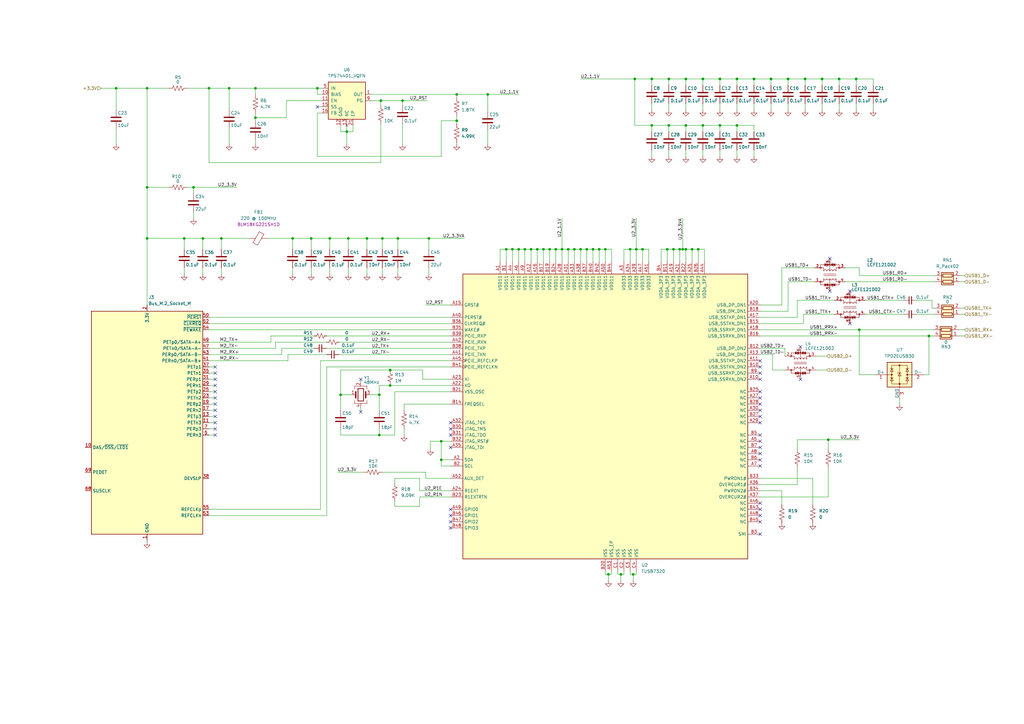
<source format=kicad_sch>
(kicad_sch (version 20211123) (generator eeschema)
  (paper "A3")
  (title_block (title "M.2 SSD With Display (M.2 and Bridge)") (date "2023-08-05") (rev "1.0") (company "Will Schoenfeld"))
  (junction (at 142.875 97.79))
  (junction (at 330.2 32.385))
  (junction (at 240.665 102.235))
  (junction (at 263.525 102.235))
  (junction (at 260.35 32.385))
  (junction (at 260.985 102.235))
  (junction (at 337.185 32.385))
  (junction (at 200.025 38.735))
  (junction (at 104.775 36.195))
  (junction (at 273.685 102.235))
  (junction (at 274.32 51.435))
  (junction (at 160.02 158.115))
  (junction (at 248.285 102.235))
  (junction (at 280.035 102.235))
  (junction (at 215.265 102.235))
  (junction (at 60.325 97.79))
  (junction (at 210.185 102.235))
  (junction (at 276.225 102.235))
  (junction (at 225.425 102.235))
  (junction (at 249.555 235.585))
  (junction (at 235.585 102.235))
  (junction (at 155.575 161.925))
  (junction (at 258.445 102.235))
  (junction (at 302.26 51.435))
  (junction (at 259.715 235.585))
  (junction (at 245.745 102.235))
  (junction (at 212.725 102.235))
  (junction (at 47.625 36.195))
  (junction (at 288.29 32.385))
  (junction (at 104.775 48.26))
  (junction (at 230.505 102.235))
  (junction (at 217.805 102.235))
  (junction (at 155.575 178.435))
  (junction (at 120.015 97.79))
  (junction (at 267.335 32.385))
  (junction (at 222.885 102.235))
  (junction (at 233.045 102.235))
  (junction (at 220.345 102.235))
  (junction (at 135.255 97.79))
  (junction (at 187.325 38.735))
  (junction (at 150.495 97.79))
  (junction (at 180.975 188.595))
  (junction (at 286.385 102.235))
  (junction (at 90.805 97.79))
  (junction (at 274.32 32.385))
  (junction (at 295.275 32.385))
  (junction (at 316.23 32.385))
  (junction (at 281.305 102.235))
  (junction (at 207.645 102.235))
  (junction (at 156.21 41.275))
  (junction (at 281.305 51.435))
  (junction (at 127.635 97.79))
  (junction (at 295.275 51.435))
  (junction (at 344.17 32.385))
  (junction (at 352.425 135.255))
  (junction (at 139.7 161.925))
  (junction (at 180.975 180.975))
  (junction (at 93.98 36.195))
  (junction (at 60.325 36.195))
  (junction (at 288.29 51.435))
  (junction (at 267.335 51.435))
  (junction (at 227.965 102.235))
  (junction (at 79.375 76.835))
  (junction (at 243.205 102.235))
  (junction (at 278.765 102.235))
  (junction (at 165.1 41.275))
  (junction (at 130.175 36.195))
  (junction (at 75.565 97.79))
  (junction (at 283.845 102.235))
  (junction (at 156.845 97.79))
  (junction (at 381 137.795))
  (junction (at 142.24 53.975))
  (junction (at 60.325 76.835))
  (junction (at 238.125 102.235))
  (junction (at 175.895 97.79))
  (junction (at 323.215 32.385))
  (junction (at 309.245 32.385))
  (junction (at 160.02 151.765))
  (junction (at 302.26 32.385))
  (junction (at 351.155 32.385))
  (junction (at 254.635 235.585))
  (junction (at 339.725 180.34))
  (junction (at 187.325 49.53))
  (junction (at 85.725 36.195))
  (junction (at 163.195 97.79))
  (junction (at 83.185 97.79))
  (junction (at 281.305 32.385))
  (no_connect (at 348.615 132.715))
  (no_connect (at 130.175 43.815))
  (no_connect (at 184.785 183.515))
  (no_connect (at 184.785 178.435))
  (no_connect (at 184.785 175.895))
  (no_connect (at 184.785 173.355))
  (no_connect (at 184.785 208.915))
  (no_connect (at 184.785 211.455))
  (no_connect (at 184.785 213.995))
  (no_connect (at 184.785 216.535))
  (no_connect (at 311.785 168.275))
  (no_connect (at 311.785 165.735))
  (no_connect (at 311.785 163.195))
  (no_connect (at 311.785 160.655))
  (no_connect (at 311.785 178.435))
  (no_connect (at 311.785 180.975))
  (no_connect (at 311.785 183.515))
  (no_connect (at 311.785 173.355))
  (no_connect (at 311.785 170.815))
  (no_connect (at 311.785 213.995))
  (no_connect (at 311.785 211.455))
  (no_connect (at 311.785 208.915))
  (no_connect (at 311.785 206.375))
  (no_connect (at 311.785 191.135))
  (no_connect (at 311.785 186.055))
  (no_connect (at 311.785 188.595))
  (no_connect (at 147.955 168.91))
  (no_connect (at 147.955 155.575))
  (no_connect (at 340.36 106.045))
  (no_connect (at 340.36 119.38))
  (no_connect (at 311.785 219.075))
  (no_connect (at 328.295 142.24))
  (no_connect (at 348.615 119.38))
  (no_connect (at 328.295 155.575))
  (no_connect (at 88.265 160.655))
  (no_connect (at 88.265 165.735))
  (no_connect (at 88.265 163.195))
  (no_connect (at 88.265 173.355))
  (no_connect (at 88.265 168.275))
  (no_connect (at 88.265 170.815))
  (no_connect (at 88.265 175.895))
  (no_connect (at 88.265 155.575))
  (no_connect (at 88.265 158.115))
  (no_connect (at 88.265 178.435))
  (no_connect (at 88.265 150.495))
  (no_connect (at 88.265 153.035))
  (no_connect (at 311.785 147.955))
  (no_connect (at 311.785 150.495))
  (no_connect (at 311.785 153.035))
  (no_connect (at 311.785 155.575))
  (wire (pts (xy 161.925 205.74) (xy 161.925 207.645)))
  (wire (pts (xy 60.325 76.835) (xy 60.325 97.79)))
  (wire (pts (xy 316.23 32.385) (xy 316.23 34.925)))
  (wire (pts (xy 254.635 235.585) (xy 254.635 238.125)))
  (wire (pts (xy 316.865 145.415) (xy 316.865 151.765)))
  (wire (pts (xy 255.905 107.315) (xy 255.905 102.235)))
  (wire (pts (xy 375.92 123.19) (xy 382.27 123.19)))
  (wire (pts (xy 337.185 34.925) (xy 337.185 32.385)))
  (wire (pts (xy 133.985 137.795) (xy 184.785 137.795)))
  (wire (pts (xy 102.235 97.79) (xy 90.805 97.79)))
  (wire (pts (xy 210.185 102.235) (xy 210.185 107.315)))
  (wire (pts (xy 309.245 42.545) (xy 309.245 45.085)))
  (wire (pts (xy 381 137.795) (xy 382.905 137.795)))
  (wire (pts (xy 358.14 34.925) (xy 358.14 32.385)))
  (wire (pts (xy 337.185 32.385) (xy 344.17 32.385)))
  (wire (pts (xy 117.475 48.26) (xy 104.775 48.26)))
  (wire (pts (xy 375.92 128.905) (xy 383.54 128.905)))
  (wire (pts (xy 274.32 32.385) (xy 274.32 34.925)))
  (wire (pts (xy 113.03 142.875) (xy 85.725 142.875)))
  (wire (pts (xy 142.875 97.79) (xy 142.875 102.235)))
  (wire (pts (xy 147.955 167.005) (xy 147.955 168.91)))
  (wire (pts (xy 238.125 102.235) (xy 240.665 102.235)))
  (wire (pts (xy 79.375 76.835) (xy 76.835 76.835)))
  (wire (pts (xy 127.635 109.855) (xy 127.635 112.395)))
  (wire (pts (xy 267.335 32.385) (xy 274.32 32.385)))
  (wire (pts (xy 172.085 196.215) (xy 161.925 196.215)))
  (wire (pts (xy 327.025 198.755) (xy 327.025 191.77)))
  (wire (pts (xy 227.965 102.235) (xy 230.505 102.235)))
  (wire (pts (xy 113.03 140.335) (xy 113.03 142.875)))
  (wire (pts (xy 316.23 32.385) (xy 323.215 32.385)))
  (wire (pts (xy 156.21 66.675) (xy 85.725 66.675)))
  (wire (pts (xy 309.245 51.435) (xy 309.245 53.975)))
  (wire (pts (xy 93.98 36.195) (xy 93.98 45.085)))
  (wire (pts (xy 85.725 132.715) (xy 184.785 132.715)))
  (wire (pts (xy 133.985 140.335) (xy 113.03 140.335)))
  (wire (pts (xy 156.21 41.275) (xy 165.1 41.275)))
  (wire (pts (xy 382.27 123.19) (xy 382.27 126.365)))
  (wire (pts (xy 184.785 150.495) (xy 133.985 150.495)))
  (wire (pts (xy 281.305 61.595) (xy 281.305 64.135)))
  (wire (pts (xy 200.025 53.34) (xy 200.025 59.055)))
  (wire (pts (xy 344.17 32.385) (xy 344.17 34.925)))
  (wire (pts (xy 88.265 170.815) (xy 85.725 170.815)))
  (wire (pts (xy 187.325 40.005) (xy 187.325 38.735)))
  (wire (pts (xy 120.015 97.79) (xy 127.635 97.79)))
  (wire (pts (xy 330.2 42.545) (xy 330.2 45.085)))
  (wire (pts (xy 288.29 42.545) (xy 288.29 45.085)))
  (wire (pts (xy 267.335 42.545) (xy 267.335 45.085)))
  (wire (pts (xy 288.925 102.235) (xy 288.925 107.315)))
  (wire (pts (xy 235.585 102.235) (xy 235.585 107.315)))
  (wire (pts (xy 351.155 32.385) (xy 351.155 34.925)))
  (wire (pts (xy 323.215 42.545) (xy 323.215 45.085)))
  (wire (pts (xy 253.365 234.315) (xy 253.365 235.585)))
  (wire (pts (xy 104.775 57.15) (xy 104.775 59.055)))
  (wire (pts (xy 118.11 147.955) (xy 85.725 147.955)))
  (wire (pts (xy 337.185 42.545) (xy 337.185 45.085)))
  (wire (pts (xy 346.71 115.57) (xy 383.54 115.57)))
  (wire (pts (xy 321.945 142.875) (xy 311.785 142.875)))
  (wire (pts (xy 215.265 102.235) (xy 217.805 102.235)))
  (wire (pts (xy 267.335 51.435) (xy 267.335 53.975)))
  (wire (pts (xy 260.35 51.435) (xy 260.35 32.385)))
  (wire (pts (xy 104.775 46.355) (xy 104.775 48.26)))
  (wire (pts (xy 88.265 178.435) (xy 85.725 178.435)))
  (wire (pts (xy 271.145 102.235) (xy 273.685 102.235)))
  (wire (pts (xy 309.245 32.385) (xy 316.23 32.385)))
  (wire (pts (xy 47.625 36.195) (xy 60.325 36.195)))
  (wire (pts (xy 138.43 193.675) (xy 149.225 193.675)))
  (wire (pts (xy 172.085 203.835) (xy 172.085 207.645)))
  (wire (pts (xy 323.215 127.635) (xy 311.785 127.635)))
  (wire (pts (xy 133.985 145.415) (xy 118.11 145.415)))
  (wire (pts (xy 212.725 102.235) (xy 215.265 102.235)))
  (wire (pts (xy 139.7 175.895) (xy 139.7 178.435)))
  (wire (pts (xy 161.925 160.655) (xy 161.925 178.435)))
  (wire (pts (xy 139.7 151.765) (xy 139.7 161.925)))
  (wire (pts (xy 180.975 191.135) (xy 180.975 188.595)))
  (wire (pts (xy 258.445 102.235) (xy 258.445 107.315)))
  (wire (pts (xy 260.985 102.235) (xy 263.525 102.235)))
  (wire (pts (xy 200.025 38.735) (xy 212.725 38.735)))
  (wire (pts (xy 184.785 191.135) (xy 180.975 191.135)))
  (wire (pts (xy 316.23 42.545) (xy 316.23 45.085)))
  (wire (pts (xy 180.975 64.135) (xy 180.975 49.53)))
  (wire (pts (xy 267.335 61.595) (xy 267.335 64.135)))
  (wire (pts (xy 139.065 145.415) (xy 184.785 145.415)))
  (wire (pts (xy 273.685 102.235) (xy 276.225 102.235)))
  (wire (pts (xy 222.885 102.235) (xy 222.885 107.315)))
  (wire (pts (xy 230.505 89.535) (xy 230.505 102.235)))
  (wire (pts (xy 115.57 145.415) (xy 115.57 142.875)))
  (wire (pts (xy 283.845 102.235) (xy 283.845 107.315)))
  (wire (pts (xy 135.255 97.79) (xy 142.875 97.79)))
  (wire (pts (xy 210.185 102.235) (xy 212.725 102.235)))
  (wire (pts (xy 156.845 97.79) (xy 156.845 102.235)))
  (wire (pts (xy 295.275 42.545) (xy 295.275 45.085)))
  (wire (pts (xy 354.965 128.905) (xy 370.84 128.905)))
  (wire (pts (xy 135.255 109.855) (xy 135.255 112.395)))
  (wire (pts (xy 174.625 193.675) (xy 156.845 193.675)))
  (wire (pts (xy 233.045 102.235) (xy 235.585 102.235)))
  (wire (pts (xy 60.325 36.195) (xy 60.325 76.835)))
  (wire (pts (xy 278.765 102.235) (xy 278.765 107.315)))
  (wire (pts (xy 320.675 125.095) (xy 320.675 109.855)))
  (wire (pts (xy 288.29 32.385) (xy 295.275 32.385)))
  (wire (pts (xy 311.785 203.835) (xy 339.725 203.835)))
  (wire (pts (xy 235.585 102.235) (xy 238.125 102.235)))
  (wire (pts (xy 327.025 123.19) (xy 327.025 130.175)))
  (wire (pts (xy 267.335 51.435) (xy 260.35 51.435)))
  (wire (pts (xy 381 153.67) (xy 379.095 153.67)))
  (wire (pts (xy 286.385 102.235) (xy 286.385 107.315)))
  (wire (pts (xy 160.02 158.115) (xy 155.575 158.115)))
  (wire (pts (xy 147.955 155.575) (xy 147.955 156.845)))
  (wire (pts (xy 131.445 147.955) (xy 131.445 208.915)))
  (wire (pts (xy 255.905 235.585) (xy 254.635 235.585)))
  (wire (pts (xy 334.01 115.57) (xy 323.215 115.57)))
  (wire (pts (xy 75.565 109.855) (xy 75.565 112.395)))
  (wire (pts (xy 281.305 32.385) (xy 281.305 34.925)))
  (wire (pts (xy 88.265 163.195) (xy 85.725 163.195)))
  (wire (pts (xy 351.155 32.385) (xy 358.14 32.385)))
  (wire (pts (xy 83.185 109.855) (xy 83.185 112.395)))
  (wire (pts (xy 238.125 32.385) (xy 260.35 32.385)))
  (wire (pts (xy 60.325 36.195) (xy 69.215 36.195)))
  (wire (pts (xy 222.885 102.235) (xy 225.425 102.235)))
  (wire (pts (xy 176.53 180.975) (xy 180.975 180.975)))
  (wire (pts (xy 245.745 102.235) (xy 248.285 102.235)))
  (wire (pts (xy 173.355 155.575) (xy 173.355 151.765)))
  (wire (pts (xy 352.425 109.855) (xy 346.71 109.855)))
  (wire (pts (xy 79.375 79.375) (xy 79.375 76.835)))
  (wire (pts (xy 205.105 107.315) (xy 205.105 102.235)))
  (wire (pts (xy 352.425 135.255) (xy 382.905 135.255)))
  (wire (pts (xy 302.26 51.435) (xy 295.275 51.435)))
  (wire (pts (xy 60.325 76.835) (xy 69.215 76.835)))
  (wire (pts (xy 255.905 102.235) (xy 258.445 102.235)))
  (wire (pts (xy 240.665 102.235) (xy 243.205 102.235)))
  (wire (pts (xy 327.025 184.15) (xy 327.025 180.34)))
  (wire (pts (xy 132.08 41.275) (xy 117.475 41.275)))
  (wire (pts (xy 333.375 196.215) (xy 333.375 207.01)))
  (wire (pts (xy 139.065 140.335) (xy 184.785 140.335)))
  (wire (pts (xy 180.975 188.595) (xy 184.785 188.595)))
  (wire (pts (xy 309.245 34.925) (xy 309.245 32.385)))
  (wire (pts (xy 132.08 36.195) (xy 130.175 36.195)))
  (wire (pts (xy 85.725 211.455) (xy 133.985 211.455)))
  (wire (pts (xy 131.445 208.915) (xy 85.725 208.915)))
  (wire (pts (xy 118.11 145.415) (xy 118.11 147.955)))
  (wire (pts (xy 230.505 102.235) (xy 233.045 102.235)))
  (wire (pts (xy 88.265 168.275) (xy 85.725 168.275)))
  (wire (pts (xy 274.32 32.385) (xy 281.305 32.385)))
  (wire (pts (xy 255.905 234.315) (xy 255.905 235.585)))
  (wire (pts (xy 327.025 130.175) (xy 311.785 130.175)))
  (wire (pts (xy 127.635 97.79) (xy 135.255 97.79)))
  (wire (pts (xy 238.125 107.315) (xy 238.125 102.235)))
  (wire (pts (xy 174.625 125.095) (xy 184.785 125.095)))
  (wire (pts (xy 260.985 234.315) (xy 260.985 235.585)))
  (wire (pts (xy 311.785 137.795) (xy 381 137.795)))
  (wire (pts (xy 344.17 42.545) (xy 344.17 45.085)))
  (wire (pts (xy 295.275 51.435) (xy 288.29 51.435)))
  (wire (pts (xy 351.155 42.545) (xy 351.155 45.085)))
  (wire (pts (xy 288.29 51.435) (xy 281.305 51.435)))
  (wire (pts (xy 245.745 102.235) (xy 245.745 107.315)))
  (wire (pts (xy 88.265 155.575) (xy 85.725 155.575)))
  (wire (pts (xy 88.265 153.035) (xy 85.725 153.035)))
  (wire (pts (xy 233.045 102.235) (xy 233.045 107.315)))
  (wire (pts (xy 160.02 157.48) (xy 160.02 158.115)))
  (wire (pts (xy 115.57 142.875) (xy 128.905 142.875)))
  (wire (pts (xy 132.08 38.735) (xy 130.175 38.735)))
  (wire (pts (xy 187.325 38.735) (xy 200.025 38.735)))
  (wire (pts (xy 302.26 42.545) (xy 302.26 45.085)))
  (wire (pts (xy 184.785 160.655) (xy 161.925 160.655)))
  (wire (pts (xy 165.735 165.735) (xy 184.785 165.735)))
  (wire (pts (xy 139.7 178.435) (xy 155.575 178.435)))
  (wire (pts (xy 283.845 102.235) (xy 286.385 102.235)))
  (wire (pts (xy 288.29 34.925) (xy 288.29 32.385)))
  (wire (pts (xy 184.785 203.835) (xy 172.085 203.835)))
  (wire (pts (xy 320.675 201.295) (xy 311.785 201.295)))
  (wire (pts (xy 320.675 109.855) (xy 334.01 109.855)))
  (wire (pts (xy 274.32 51.435) (xy 267.335 51.435)))
  (wire (pts (xy 90.805 109.855) (xy 90.805 112.395)))
  (wire (pts (xy 109.855 97.79) (xy 120.015 97.79)))
  (wire (pts (xy 175.895 97.79) (xy 163.195 97.79)))
  (wire (pts (xy 323.215 32.385) (xy 330.2 32.385)))
  (wire (pts (xy 139.7 51.435) (xy 139.7 53.975)))
  (wire (pts (xy 200.025 38.735) (xy 200.025 45.72)))
  (wire (pts (xy 156.845 97.79) (xy 150.495 97.79)))
  (wire (pts (xy 184.785 147.955) (xy 131.445 147.955)))
  (wire (pts (xy 288.29 51.435) (xy 288.29 53.975)))
  (wire (pts (xy 120.015 109.855) (xy 120.015 112.395)))
  (wire (pts (xy 142.24 53.975) (xy 142.24 51.435)))
  (wire (pts (xy 263.525 102.235) (xy 263.525 107.315)))
  (wire (pts (xy 165.735 168.275) (xy 165.735 165.735)))
  (wire (pts (xy 111.125 137.795) (xy 111.125 140.335)))
  (wire (pts (xy 90.805 97.79) (xy 83.185 97.79)))
  (wire (pts (xy 327.025 180.34) (xy 339.725 180.34)))
  (wire (pts (xy 240.665 102.235) (xy 240.665 107.315)))
  (wire (pts (xy 175.895 109.855) (xy 175.895 112.395)))
  (wire (pts (xy 258.445 235.585) (xy 259.715 235.585)))
  (wire (pts (xy 187.325 47.625) (xy 187.325 49.53)))
  (wire (pts (xy 273.685 102.235) (xy 273.685 107.315)))
  (wire (pts (xy 180.975 180.975) (xy 184.785 180.975)))
  (wire (pts (xy 130.175 46.355) (xy 130.175 64.135)))
  (wire (pts (xy 127.635 97.79) (xy 127.635 102.235)))
  (wire (pts (xy 215.265 102.235) (xy 215.265 107.315)))
  (wire (pts (xy 135.255 97.79) (xy 135.255 102.235)))
  (wire (pts (xy 225.425 107.315) (xy 225.425 102.235)))
  (wire (pts (xy 165.1 50.8) (xy 165.1 59.055)))
  (wire (pts (xy 160.02 151.765) (xy 160.02 152.4)))
  (wire (pts (xy 160.02 151.765) (xy 139.7 151.765)))
  (wire (pts (xy 104.775 36.195) (xy 104.775 38.735)))
  (wire (pts (xy 248.285 102.235) (xy 250.825 102.235)))
  (wire (pts (xy 249.555 235.585) (xy 249.555 238.125)))
  (wire (pts (xy 85.725 130.175) (xy 184.785 130.175)))
  (wire (pts (xy 393.7 113.03) (xy 395.605 113.03)))
  (wire (pts (xy 288.29 61.595) (xy 288.29 64.135)))
  (wire (pts (xy 311.785 132.715) (xy 329.565 132.715)))
  (wire (pts (xy 111.125 140.335) (xy 85.725 140.335)))
  (wire (pts (xy 165.1 41.275) (xy 165.1 43.18)))
  (wire (pts (xy 311.785 135.255) (xy 352.425 135.255)))
  (wire (pts (xy 274.32 51.435) (xy 274.32 53.975)))
  (wire (pts (xy 205.105 102.235) (xy 207.645 102.235)))
  (wire (pts (xy 180.975 49.53) (xy 187.325 49.53)))
  (wire (pts (xy 142.875 97.79) (xy 150.495 97.79)))
  (wire (pts (xy 176.53 184.15) (xy 176.53 180.975)))
  (wire (pts (xy 281.305 102.235) (xy 283.845 102.235)))
  (wire (pts (xy 207.645 102.235) (xy 210.185 102.235)))
  (wire (pts (xy 248.285 235.585) (xy 249.555 235.585)))
  (wire (pts (xy 358.775 153.67) (xy 352.425 153.67)))
  (wire (pts (xy 133.985 142.875) (xy 184.785 142.875)))
  (wire (pts (xy 368.935 163.83) (xy 368.935 165.735)))
  (wire (pts (xy 295.275 51.435) (xy 295.275 53.975)))
  (wire (pts (xy 150.495 97.79) (xy 150.495 102.235)))
  (wire (pts (xy 88.265 175.895) (xy 85.725 175.895)))
  (wire (pts (xy 302.26 51.435) (xy 302.26 53.975)))
  (wire (pts (xy 323.215 32.385) (xy 323.215 34.925)))
  (wire (pts (xy 47.625 52.705) (xy 47.625 59.055)))
  (wire (pts (xy 329.565 128.905) (xy 342.265 128.905)))
  (wire (pts (xy 281.305 42.545) (xy 281.305 45.085)))
  (wire (pts (xy 278.765 102.235) (xy 280.035 102.235)))
  (wire (pts (xy 180.975 188.595) (xy 180.975 180.975)))
  (wire (pts (xy 144.78 53.975) (xy 142.24 53.975)))
  (wire (pts (xy 163.195 97.79) (xy 156.845 97.79)))
  (wire (pts (xy 260.985 102.235) (xy 260.985 107.315)))
  (wire (pts (xy 227.965 102.235) (xy 227.965 107.315)))
  (wire (pts (xy 139.7 161.925) (xy 139.7 168.275)))
  (wire (pts (xy 260.985 89.535) (xy 260.985 102.235)))
  (wire (pts (xy 144.78 51.435) (xy 144.78 53.975)))
  (wire (pts (xy 79.375 86.995) (xy 79.375 89.535)))
  (wire (pts (xy 342.265 123.19) (xy 327.025 123.19)))
  (wire (pts (xy 88.265 158.115) (xy 85.725 158.115)))
  (wire (pts (xy 274.32 61.595) (xy 274.32 64.135)))
  (wire (pts (xy 260.35 32.385) (xy 267.335 32.385)))
  (wire (pts (xy 320.675 207.01) (xy 320.675 201.295)))
  (wire (pts (xy 281.305 51.435) (xy 274.32 51.435)))
  (wire (pts (xy 156.21 50.8) (xy 156.21 66.675)))
  (wire (pts (xy 172.085 201.295) (xy 172.085 196.215)))
  (wire (pts (xy 187.325 49.53) (xy 187.325 50.8)))
  (wire (pts (xy 156.21 41.275) (xy 156.21 43.18)))
  (wire (pts (xy 104.775 48.26) (xy 104.775 49.53)))
  (wire (pts (xy 79.375 76.835) (xy 97.155 76.835)))
  (wire (pts (xy 323.215 115.57) (xy 323.215 127.635)))
  (wire (pts (xy 88.265 165.735) (xy 85.725 165.735)))
  (wire (pts (xy 142.24 53.975) (xy 142.24 59.055)))
  (wire (pts (xy 321.945 146.05) (xy 321.945 142.875)))
  (wire (pts (xy 76.835 36.195) (xy 85.725 36.195)))
  (wire (pts (xy 339.725 180.34) (xy 352.425 180.34)))
  (wire (pts (xy 352.425 153.67) (xy 352.425 135.255)))
  (wire (pts (xy 88.265 150.495) (xy 85.725 150.495)))
  (wire (pts (xy 161.925 178.435) (xy 155.575 178.435)))
  (wire (pts (xy 88.265 173.355) (xy 85.725 173.355)))
  (wire (pts (xy 165.735 175.895) (xy 165.735 178.435)))
  (wire (pts (xy 60.325 125.095) (xy 60.325 97.79)))
  (wire (pts (xy 334.645 146.05) (xy 339.09 146.05)))
  (wire (pts (xy 130.175 36.195) (xy 104.775 36.195)))
  (wire (pts (xy 344.17 32.385) (xy 351.155 32.385)))
  (wire (pts (xy 334.645 151.765) (xy 339.09 151.765)))
  (wire (pts (xy 352.425 113.03) (xy 352.425 109.855)))
  (wire (pts (xy 248.285 102.235) (xy 248.285 107.315)))
  (wire (pts (xy 393.7 126.365) (xy 395.605 126.365)))
  (wire (pts (xy 93.98 52.705) (xy 93.98 59.055)))
  (wire (pts (xy 155.575 161.925) (xy 155.575 168.275)))
  (wire (pts (xy 330.2 34.925) (xy 330.2 32.385)))
  (wire (pts (xy 161.925 196.215) (xy 161.925 198.12)))
  (wire (pts (xy 311.785 125.095) (xy 320.675 125.095)))
  (wire (pts (xy 243.205 102.235) (xy 245.745 102.235)))
  (wire (pts (xy 165.1 41.275) (xy 175.26 41.275)))
  (wire (pts (xy 393.065 135.255) (xy 395.605 135.255)))
  (wire (pts (xy 130.175 43.815) (xy 132.08 43.815)))
  (wire (pts (xy 156.845 109.855) (xy 156.845 112.395)))
  (wire (pts (xy 173.355 151.765) (xy 160.02 151.765)))
  (wire (pts (xy 184.785 158.115) (xy 160.02 158.115)))
  (wire (pts (xy 175.895 97.79) (xy 175.895 102.235)))
  (wire (pts (xy 151.765 161.925) (xy 155.575 161.925)))
  (wire (pts (xy 217.805 102.235) (xy 220.345 102.235)))
  (wire (pts (xy 212.725 107.315) (xy 212.725 102.235)))
  (wire (pts (xy 280.035 89.535) (xy 280.035 102.235)))
  (wire (pts (xy 187.325 58.42) (xy 187.325 59.055)))
  (wire (pts (xy 75.565 97.79) (xy 83.185 97.79)))
  (wire (pts (xy 139.7 53.975) (xy 142.24 53.975)))
  (wire (pts (xy 311.785 145.415) (xy 316.865 145.415)))
  (wire (pts (xy 250.825 102.235) (xy 250.825 107.315)))
  (wire (pts (xy 276.225 102.235) (xy 278.765 102.235)))
  (wire (pts (xy 130.175 38.735) (xy 130.175 36.195)))
  (wire (pts (xy 330.2 32.385) (xy 337.185 32.385)))
  (wire (pts (xy 302.26 61.595) (xy 302.26 64.135)))
  (wire (pts (xy 276.225 102.235) (xy 276.225 107.315)))
  (wire (pts (xy 230.505 102.235) (xy 230.505 107.315)))
  (wire (pts (xy 155.575 178.435) (xy 155.575 175.895)))
  (wire (pts (xy 258.445 102.235) (xy 260.985 102.235)))
  (wire (pts (xy 280.035 102.235) (xy 281.305 102.235)))
  (wire (pts (xy 88.265 160.655) (xy 85.725 160.655)))
  (wire (pts (xy 263.525 102.235) (xy 266.065 102.235)))
  (wire (pts (xy 85.725 145.415) (xy 115.57 145.415)))
  (wire (pts (xy 60.325 97.79) (xy 75.565 97.79)))
  (wire (pts (xy 85.725 36.195) (xy 93.98 36.195)))
  (wire (pts (xy 267.335 34.925) (xy 267.335 32.385)))
  (wire (pts (xy 132.08 46.355) (xy 130.175 46.355)))
  (wire (pts (xy 243.205 102.235) (xy 243.205 107.315)))
  (wire (pts (xy 381 137.795) (xy 381 153.67)))
  (wire (pts (xy 152.4 41.275) (xy 156.21 41.275)))
  (wire (pts (xy 393.7 128.905) (xy 395.605 128.905)))
  (wire (pts (xy 184.785 196.215) (xy 174.625 196.215)))
  (wire (pts (xy 75.565 97.79) (xy 75.565 102.235)))
  (wire (pts (xy 130.175 64.135) (xy 180.975 64.135)))
  (wire (pts (xy 172.085 207.645) (xy 161.925 207.645)))
  (wire (pts (xy 250.825 234.315) (xy 250.825 235.585)))
  (wire (pts (xy 220.345 102.235) (xy 222.885 102.235)))
  (wire (pts (xy 220.345 102.235) (xy 220.345 107.315)))
  (wire (pts (xy 85.725 66.675) (xy 85.725 36.195)))
  (wire (pts (xy 259.715 235.585) (xy 259.715 238.125)))
  (wire (pts (xy 90.805 97.79) (xy 90.805 102.235)))
  (wire (pts (xy 339.725 203.835) (xy 339.725 191.77)))
  (wire (pts (xy 329.565 132.715) (xy 329.565 128.905)))
  (wire (pts (xy 281.305 51.435) (xy 281.305 53.975)))
  (wire (pts (xy 295.275 61.595) (xy 295.275 64.135)))
  (wire (pts (xy 85.725 135.255) (xy 184.785 135.255)))
  (wire (pts (xy 358.14 42.545) (xy 358.14 45.085)))
  (wire (pts (xy 41.275 36.195) (xy 47.625 36.195)))
  (wire (pts (xy 295.275 32.385) (xy 302.26 32.385)))
  (wire (pts (xy 260.985 235.585) (xy 259.715 235.585)))
  (wire (pts (xy 60.325 221.615) (xy 60.325 222.25)))
  (wire (pts (xy 207.645 107.315) (xy 207.645 102.235)))
  (wire (pts (xy 144.145 161.925) (xy 139.7 161.925)))
  (wire (pts (xy 152.4 38.735) (xy 187.325 38.735)))
  (wire (pts (xy 393.7 115.57) (xy 395.605 115.57)))
  (wire (pts (xy 117.475 41.275) (xy 117.475 48.26)))
  (wire (pts (xy 393.065 137.795) (xy 395.605 137.795)))
  (wire (pts (xy 311.785 196.215) (xy 333.375 196.215)))
  (wire (pts (xy 128.905 137.795) (xy 111.125 137.795)))
  (wire (pts (xy 383.54 113.03) (xy 352.425 113.03)))
  (wire (pts (xy 286.385 102.235) (xy 288.925 102.235)))
  (wire (pts (xy 295.275 32.385) (xy 295.275 34.925)))
  (wire (pts (xy 163.195 109.855) (xy 163.195 112.395)))
  (wire (pts (xy 150.495 109.855) (xy 150.495 112.395)))
  (wire (pts (xy 250.825 235.585) (xy 249.555 235.585)))
  (wire (pts (xy 104.775 36.195) (xy 93.98 36.195)))
  (wire (pts (xy 163.195 97.79) (xy 163.195 102.235)))
  (wire (pts (xy 258.445 234.315) (xy 258.445 235.585)))
  (wire (pts (xy 281.305 32.385) (xy 288.29 32.385)))
  (wire (pts (xy 174.625 196.215) (xy 174.625 193.675)))
  (wire (pts (xy 225.425 102.235) (xy 227.965 102.235)))
  (wire (pts (xy 47.625 36.195) (xy 47.625 45.085)))
  (wire (pts (xy 253.365 235.585) (xy 254.635 235.585)))
  (wire (pts (xy 382.27 126.365) (xy 383.54 126.365)))
  (wire (pts (xy 339.725 180.34) (xy 339.725 184.15)))
  (wire (pts (xy 184.785 201.295) (xy 172.085 201.295)))
  (wire (pts (xy 120.015 97.79) (xy 120.015 102.235)))
  (wire (pts (xy 155.575 158.115) (xy 155.575 161.925)))
  (wire (pts (xy 190.5 97.79) (xy 175.895 97.79)))
  (wire (pts (xy 311.785 198.755) (xy 327.025 198.755)))
  (wire (pts (xy 281.305 102.235) (xy 281.305 107.315)))
  (wire (pts (xy 266.065 102.235) (xy 266.065 107.315)))
  (wire (pts (xy 309.245 51.435) (xy 302.26 51.435)))
  (wire (pts (xy 83.185 97.79) (xy 83.185 102.235)))
  (wire (pts (xy 316.865 151.765) (xy 321.945 151.765)))
  (wire (pts (xy 302.26 32.385) (xy 309.245 32.385)))
  (wire (pts (xy 354.965 123.19) (xy 370.84 123.19)))
  (wire (pts (xy 274.32 42.545) (xy 274.32 45.085)))
  (wire (pts (xy 184.785 155.575) (xy 173.355 155.575)))
  (wire (pts (xy 302.26 32.385) (xy 302.26 34.925)))
  (wire (pts (xy 309.245 61.595) (xy 309.245 64.135)))
  (wire (pts (xy 217.805 102.235) (xy 217.805 107.315)))
  (wire (pts (xy 133.985 150.495) (xy 133.985 211.455)))
  (wire (pts (xy 142.875 109.855) (xy 142.875 112.395)))
  (wire (pts (xy 248.285 234.315) (xy 248.285 235.585)))
  (wire (pts (xy 271.145 107.315) (xy 271.145 102.235)))
  (label "U2_RX-" (at 152.4 140.335 0))
  (label "U2_3.3V" (at 97.155 76.835 180))
  (label "U2_3.3V" (at 352.425 180.34 180))
  (label "USB2_TD+" (at 311.785 142.875 0))
  (label "U2_3.3VA" (at 280.035 89.535 270))
  (label "U2_RX+" (at 152.4 137.795 0))
  (label "USB1_TD-" (at 323.215 115.57 0))
  (label "U2_1.1V" (at 212.725 38.735 180))
  (label "U2_3.3V" (at 138.43 193.675 0))
  (label "U2_1.1V" (at 238.125 32.385 0))
  (label "USB1_CTX-" (at 356.235 128.905 0))
  (label "U2_1.1V" (at 230.505 89.535 270))
  (label "M2_RX-" (at 90.17 147.955 0))
  (label "U2_TX-" (at 152.4 145.415 0))
  (label "USB1_TD+" (at 321.945 109.855 0))
  (label "USB1_RD+" (at 361.95 113.03 0))
  (label "U2_R1E" (at 173.99 201.295 0))
  (label "USB2_TD-" (at 311.785 145.415 0))
  (label "U2_3.3VA" (at 190.5 97.79 180))
  (label "U2_R1N" (at 173.99 203.835 0))
  (label "M2_TX+" (at 90.17 140.335 0))
  (label "U2_RST" (at 175.26 41.275 180))
  (label "USB1_RD-" (at 361.95 115.57 0))
  (label "USB1_TTX+" (at 330.2 123.19 0))
  (label "USB1_CTX+" (at 355.6 123.19 0))
  (label "M2_RX+" (at 90.17 145.415 0))
  (label "USB1_RRX-" (at 332.105 137.795 0))
  (label "U2_TX+" (at 152.4 142.875 0))
  (label "U2_3.3V" (at 260.985 89.535 270))
  (label "U2_RST" (at 174.625 125.095 0))
  (label "USB1_TTX+" (at 330.2 128.905 0))
  (label "M2_TX-" (at 90.17 142.875 0))
  (label "USB1_RRX+" (at 332.105 135.255 0))
  (hierarchical_label "USB1_D-" (shape input) (at 395.605 115.57 0))
  (hierarchical_label "USB1_D+" (shape input) (at 395.605 113.03 0))
  (hierarchical_label "USB1_RX+" (shape input) (at 395.605 135.255 0))
  (hierarchical_label "+3.3V" (shape input) (at 41.275 36.195 180))
  (hierarchical_label "USB2_D+" (shape input) (at 339.09 146.05 0))
  (hierarchical_label "USB1_TX-" (shape input) (at 395.605 128.905 0))
  (hierarchical_label "USB1_RX-" (shape input) (at 395.605 137.795 0))
  (hierarchical_label "USB2_D-" (shape input) (at 339.09 151.765 0))
  (hierarchical_label "USB1_TX+" (shape input) (at 395.605 126.365 0))
  (symbol (lib_id "Device:R_Pack02") (at 387.985 135.255 90) (unit 1)
    (property "Reference" "RN3" (at 387.985 142.24 90))
    (property "Value" "0" (at 387.985 140.335 90))
    (property "Footprint" "Resistor_SMD:R_Array_Convex_2x0603" (effects hide))
  )
  (symbol (lib_id "power:GND") (at 267.335 64.135 0) (unit 1)
    (property "Reference" "#PWR035" (effects hide))
    (property "Value" "GND" (effects hide))
  )
  (symbol (lib_id "Device:R_US") (at 156.21 46.99 0) (unit 1)
    (property "Reference" "R8" (at 157.48 44.45 0) (effects (justify left)))
    (property "Value" "10K" (at 157.48 49.53 0) (effects (justify left)))
    (property "Footprint" "Resistor_SMD:R_0603_1608Metric" (effects hide))
  )
  (symbol (lib_id "Device:R_US") (at 73.025 76.835 90) (unit 1)
    (property "Reference" "R10" (at 74.295 72.39 90) (effects (justify left)))
    (property "Value" "0" (at 73.66 74.295 90) (effects (justify left)))
    (property "Footprint" "Resistor_SMD:R_0603_1608Metric" (effects hide))
  )
  (symbol (lib_id "power:GND") (at 309.245 64.135 0) (unit 1)
    (property "Reference" "#PWR041" (effects hide))
    (property "Value" "GND" (effects hide))
  )
  (symbol (lib_id "power:GND") (at 281.305 45.085 0) (unit 1)
    (property "Reference" "#PWR016" (effects hide))
    (property "Value" "GND" (effects hide))
  )
  (symbol (lib_id "power:GND") (at 175.895 112.395 0) (unit 1)
    (property "Reference" "#PWR053" (effects hide))
    (property "Value" "GND" (effects hide))
  )
  (symbol (lib_id "Device:R_Pack02") (at 388.62 113.03 90) (unit 1)
    (property "Reference" "RN1" (at 388.62 106.68 90))
    (property "Value" "R_Pack02" (at 388.62 109.22 90))
    (property "Footprint" "Resistor_SMD:R_Array_Convex_2x0603" (effects hide))
  )
  (symbol (lib_id "Device:C_Small") (at 373.38 128.905 90) (unit 1)
    (property "Reference" "C47" (at 369.57 127.635 90))
    (property "Value" "0.1uF" (at 378.46 127.635 90))
    (property "Footprint" "Capacitor_SMD:C_0603_1608Metric" (effects hide))
  )
  (symbol (lib_id "Device:C") (at 135.255 106.045 0) (unit 1)
    (property "Reference" "C40" (at 135.89 103.505 0) (effects (justify left)))
    (property "Value" "0.1uF" (at 135.89 108.585 0) (effects (justify left)))
    (property "Footprint" "Capacitor_SMD:C_0603_1608Metric" (effects hide))
  )
  (symbol (lib_id "power:GND") (at 75.565 112.395 0) (unit 1)
    (property "Reference" "#PWR043" (effects hide))
    (property "Value" "GND" (effects hide))
  )
  (symbol (lib_id "Device:R_Small_US") (at 136.525 140.335 90) (unit 1)
    (property "Reference" "R12" (at 126.365 139.065 90))
    (property "Value" "0" (at 142.24 139.065 90))
    (property "Footprint" "Resistor_SMD:R_0603_1608Metric" (effects hide))
  )
  (symbol (lib_id "Device:C") (at 127.635 106.045 0) (unit 1)
    (property "Reference" "C39" (at 128.27 103.505 0) (effects (justify left)))
    (property "Value" "0.1uF" (at 128.27 108.585 0) (effects (justify left)))
    (property "Footprint" "Capacitor_SMD:C_0603_1608Metric" (effects hide))
  )
  (symbol (lib_id "power:GND") (at 330.2 45.085 0) (unit 1)
    (property "Reference" "#PWR023" (effects hide))
    (property "Value" "GND" (effects hide))
  )
  (symbol (lib_id "power:GND") (at 142.875 112.395 0) (unit 1)
    (property "Reference" "#PWR049" (effects hide))
    (property "Value" "GND" (effects hide))
  )
  (symbol (lib_id "Device:C") (at 351.155 38.735 0) (unit 1)
    (property "Reference" "C20" (at 351.79 36.195 0) (effects (justify left)))
    (property "Value" "0.1uF" (at 351.79 41.275 0) (effects (justify left)))
    (property "Footprint" "Capacitor_SMD:C_0603_1608Metric" (effects hide))
  )
  (symbol (lib_id "power:GND") (at 333.375 214.63 0) (unit 1)
    (property "Reference" "#PWR058" (effects hide))
    (property "Value" "GND" (effects hide))
  )
  (symbol (lib_id "Device:C_Small") (at 131.445 142.875 90) (unit 1)
    (property "Reference" "C48" (at 126.365 141.605 90))
    (property "Value" "0.1uF" (at 142.875 141.605 90))
    (property "Footprint" "Capacitor_SMD:C_0603_1608Metric" (effects hide))
  )
  (symbol (lib_id "Device:R_US") (at 339.725 187.96 0) (unit 1)
    (property "Reference" "R16" (at 341.63 186.6899 0) (effects (justify left)))
    (property "Value" "10K" (at 341.63 189.2299 0) (effects (justify left)))
    (property "Footprint" "Resistor_SMD:R_0603_1608Metric" (effects hide))
  )
  (symbol (lib_id "power:GND") (at 156.845 112.395 0) (unit 1)
    (property "Reference" "#PWR051" (effects hide))
    (property "Value" "GND" (effects hide))
  )
  (symbol (lib_id "power:GND") (at 142.24 59.055 0) (unit 1)
    (property "Reference" "#PWR031" (effects hide))
    (property "Value" "GND" (effects hide))
  )
  (symbol (lib_id "Device:C") (at 309.245 57.785 0) (unit 1)
    (property "Reference" "C33" (at 309.88 55.245 0) (effects (justify left)))
    (property "Value" "10nF" (at 309.88 60.325 0) (effects (justify left)))
    (property "Footprint" "Capacitor_SMD:C_0603_1608Metric" (effects hide))
  )
  (symbol (lib_id "power:GND") (at 120.015 112.395 0) (unit 1)
    (property "Reference" "#PWR046" (effects hide))
    (property "Value" "GND" (effects hide))
  )
  (symbol (lib_id "Power_Protection:TPD2EUSB30") (at 368.935 153.67 0) (unit 1)
    (property "Reference" "U7" (at 368.935 143.51 0))
    (property "Value" "TPD2EUSB30" (at 368.935 146.05 0))
    (property "Footprint" "Package_TO_SOT_SMD:Texas_DRT-3" (effects hide))
    (property "Datasheet" "http://www.ti.com/lit/ds/symlink/tpd2eusb30a.pdf" (effects hide))
  )
  (symbol (lib_id "power:GND") (at 60.325 222.25 0) (unit 1)
    (property "Reference" "#PWR059" (effects hide))
    (property "Value" "GND" (effects hide))
  )
  (symbol (lib_id "Device:C") (at 295.275 38.735 0) (unit 1)
    (property "Reference" "C12" (at 295.91 36.195 0) (effects (justify left)))
    (property "Value" "0.1uF" (at 295.91 41.275 0) (effects (justify left)))
    (property "Footprint" "Capacitor_SMD:C_0603_1608Metric" (effects hide))
  )
  (symbol (lib_id "power:GND") (at 104.775 59.055 0) (unit 1)
    (property "Reference" "#PWR030" (effects hide))
    (property "Value" "GND" (effects hide))
  )
  (symbol (lib_id "Device:C") (at 120.015 106.045 0) (unit 1)
    (property "Reference" "C38" (at 120.65 103.505 0) (effects (justify left)))
    (property "Value" "0.1uF" (at 120.65 108.585 0) (effects (justify left)))
    (property "Footprint" "Capacitor_SMD:C_0603_1608Metric" (effects hide))
  )
  (symbol (lib_id "Device:C") (at 267.335 38.735 0) (unit 1)
    (property "Reference" "C8" (at 267.97 36.195 0) (effects (justify left)))
    (property "Value" "22uF" (at 267.97 41.275 0) (effects (justify left)))
    (property "Footprint" "Capacitor_SMD:C_0603_1608Metric" (effects hide))
  )
  (symbol (lib_id "Device:C") (at 337.185 38.735 0) (unit 1)
    (property "Reference" "C18" (at 337.82 36.195 0) (effects (justify left)))
    (property "Value" "0.1uF" (at 337.82 41.275 0) (effects (justify left)))
    (property "Footprint" "Capacitor_SMD:C_0603_1608Metric" (effects hide))
  )
  (symbol (lib_id "power:GND") (at 249.555 238.125 0) (unit 1)
    (property "Reference" "#PWR060" (effects hide))
    (property "Value" "GND" (effects hide))
  )
  (symbol (lib_id "Device:C") (at 358.14 38.735 0) (unit 1)
    (property "Reference" "C21" (at 358.775 36.195 0) (effects (justify left)))
    (property "Value" "0.1uF" (at 358.775 41.275 0) (effects (justify left)))
    (property "Footprint" "Capacitor_SMD:C_0603_1608Metric" (effects hide))
  )
  (symbol (lib_id "power:GND") (at 351.155 45.085 0) (unit 1)
    (property "Reference" "#PWR026" (effects hide))
    (property "Value" "GND" (effects hide))
  )
  (symbol (lib_id "Device:C") (at 150.495 106.045 0) (unit 1)
    (property "Reference" "C42" (at 151.13 103.505 0) (effects (justify left)))
    (property "Value" "10nF" (at 151.13 108.585 0) (effects (justify left)))
    (property "Footprint" "Capacitor_SMD:C_0603_1608Metric" (effects hide))
  )
  (symbol (lib_id "power:GND") (at 90.805 112.395 0) (unit 1)
    (property "Reference" "#PWR045" (effects hide))
    (property "Value" "GND" (effects hide))
  )
  (symbol (lib_id "power:GND") (at 163.195 112.395 0) (unit 1)
    (property "Reference" "#PWR052" (effects hide))
    (property "Value" "GND" (effects hide))
  )
  (symbol (lib_id "Device:FerriteBead") (at 106.045 97.79 90) (unit 1)
    (property "Reference" "FB1" (at 106.045 86.995 90))
    (property "Value" "220 @ 100MHz" (at 106.045 89.535 90))
    (property "Footprint" "Inductor_SMD:L_0603_1608Metric" (effects hide))
    (property "Name" "BLM18KG221SH1D" (at 106.045 92.075 90))
  )
  (symbol (lib_id "power:GND") (at 358.14 45.085 0) (unit 1)
    (property "Reference" "#PWR027" (effects hide))
    (property "Value" "GND" (effects hide))
  )
  (symbol (lib_id "power:GND") (at 368.935 165.735 0) (unit 1)
    (property "Reference" "#PWR054" (effects hide))
    (property "Value" "GND" (effects hide))
  )
  (symbol (lib_id "power:GND") (at 150.495 112.395 0) (unit 1)
    (property "Reference" "#PWR050" (effects hide))
    (property "Value" "GND" (effects hide))
  )
  (symbol (lib_id "Device:C") (at 47.625 48.895 0) (unit 1)
    (property "Reference" "C23" (at 48.26 46.355 0) (effects (justify left)))
    (property "Value" "10uF" (at 48.26 51.435 0) (effects (justify left)))
    (property "Footprint" "Capacitor_SMD:C_0603_1608Metric" (effects hide))
  )
  (symbol (lib_id "Device:C") (at 93.98 48.895 0) (unit 1)
    (property "Reference" "C24" (at 94.615 46.355 0) (effects (justify left)))
    (property "Value" "10uF" (at 94.615 51.435 0) (effects (justify left)))
    (property "Footprint" "Capacitor_SMD:C_0603_1608Metric" (effects hide))
  )
  (symbol (lib_id "power:GND") (at 274.32 45.085 0) (unit 1)
    (property "Reference" "#PWR015" (effects hide))
    (property "Value" "GND" (effects hide))
  )
  (symbol (lib_id "power:GND") (at 323.215 45.085 0) (unit 1)
    (property "Reference" "#PWR022" (effects hide))
    (property "Value" "GND" (effects hide))
  )
  (symbol (lib_id "Device:C") (at 75.565 106.045 0) (unit 1)
    (property "Reference" "C35" (at 76.2 103.505 0) (effects (justify left)))
    (property "Value" "0.1uF" (at 76.2 108.585 0) (effects (justify left)))
    (property "Footprint" "Capacitor_SMD:C_0603_1608Metric" (effects hide))
  )
  (symbol (lib_id "Device:C") (at 316.23 38.735 0) (unit 1)
    (property "Reference" "C15" (at 316.865 36.195 0) (effects (justify left)))
    (property "Value" "0.1uF" (at 316.865 41.275 0) (effects (justify left)))
    (property "Footprint" "Capacitor_SMD:C_0603_1608Metric" (effects hide))
  )
  (symbol (lib_id "power:GND") (at 79.375 89.535 0) (unit 1)
    (property "Reference" "#PWR042" (effects hide))
    (property "Value" "GND" (effects hide))
  )
  (symbol (lib_id "Device:C") (at 142.875 106.045 0) (unit 1)
    (property "Reference" "C41" (at 143.51 103.505 0) (effects (justify left)))
    (property "Value" "0.1uF" (at 143.51 108.585 0) (effects (justify left)))
    (property "Footprint" "Capacitor_SMD:C_0603_1608Metric" (effects hide))
  )
  (symbol (lib_id "LCFE121002A900TG:LCFE121002A900TG") (at 348.615 125.095 90) (unit 1)
    (property "Reference" "L3" (at 349.25 116.84 90) (effects (justify right)))
    (property "Value" "LCFE121002" (at 349.25 118.745 90) (effects (justify right)))
    (property "Footprint" "Libraries:FIL_LCFE121002A900TG" (effects hide))
    (property "PARTREV" "03/01/18" (effects hide))
    (property "STANDARD" "Manufacturer Recommendations" (effects hide))
    (property "MAXIMUM_PACKAGE_HEIGHT" "0.65 mm" (effects hide))
    (property "MANUFACTURER" "Littelfuse" (effects hide))
  )
  (symbol (lib_id "power:GND") (at 295.275 45.085 0) (unit 1)
    (property "Reference" "#PWR018" (effects hide))
    (property "Value" "GND" (effects hide))
  )
  (symbol (lib_id "Device:C") (at 344.17 38.735 0) (unit 1)
    (property "Reference" "C19" (at 344.805 36.195 0) (effects (justify left)))
    (property "Value" "0.1uF" (at 344.805 41.275 0) (effects (justify left)))
    (property "Footprint" "Capacitor_SMD:C_0603_1608Metric" (effects hide))
  )
  (symbol (lib_id "Device:C") (at 330.2 38.735 0) (unit 1)
    (property "Reference" "C17" (at 330.835 36.195 0) (effects (justify left)))
    (property "Value" "0.1uF" (at 330.835 41.275 0) (effects (justify left)))
    (property "Footprint" "Capacitor_SMD:C_0603_1608Metric" (effects hide))
  )
  (symbol (lib_id "Device:C") (at 267.335 57.785 0) (unit 1)
    (property "Reference" "C27" (at 267.97 55.245 0) (effects (justify left)))
    (property "Value" "10nF" (at 267.97 60.325 0) (effects (justify left)))
    (property "Footprint" "Capacitor_SMD:C_0603_1608Metric" (effects hide))
  )
  (symbol (lib_id "Device:R_US") (at 187.325 43.815 0) (unit 1)
    (property "Reference" "R7" (at 189.23 42.545 0) (effects (justify left)))
    (property "Value" "1.87K" (at 189.23 45.085 0) (effects (justify left)))
    (property "Footprint" "Resistor_SMD:R_0603_1608Metric" (effects hide))
  )
  (symbol (lib_id "Device:R_US") (at 73.025 36.195 90) (unit 1)
    (property "Reference" "R5" (at 74.295 31.75 90) (effects (justify left)))
    (property "Value" "0" (at 73.66 33.655 90) (effects (justify left)))
    (property "Footprint" "Resistor_SMD:R_0603_1608Metric" (effects hide))
  )
  (symbol (lib_id "Device:C") (at 163.195 106.045 0) (unit 1)
    (property "Reference" "C44" (at 163.83 103.505 0) (effects (justify left)))
    (property "Value" "10nF" (at 163.83 108.585 0) (effects (justify left)))
    (property "Footprint" "Capacitor_SMD:C_0603_1608Metric" (effects hide))
  )
  (symbol (lib_id "power:GND") (at 135.255 112.395 0) (unit 1)
    (property "Reference" "#PWR048" (effects hide))
    (property "Value" "GND" (effects hide))
  )
  (symbol (lib_id "Device:R_US") (at 333.375 210.82 0) (unit 1)
    (property "Reference" "R20" (at 335.915 209.5499 0) (effects (justify left)))
    (property "Value" "0" (at 335.915 212.0899 0) (effects (justify left)))
    (property "Footprint" "Resistor_SMD:R_0603_1608Metric" (effects hide))
  )
  (symbol (lib_id "power:GND") (at 274.32 64.135 0) (unit 1)
    (property "Reference" "#PWR036" (effects hide))
    (property "Value" "GND" (effects hide))
  )
  (symbol (lib_id "power:GND") (at 288.29 45.085 0) (unit 1)
    (property "Reference" "#PWR017" (effects hide))
    (property "Value" "GND" (effects hide))
  )
  (symbol (lib_id "Device:R_Pack02") (at 388.62 126.365 90) (unit 1)
    (property "Reference" "RN2" (at 388.62 121.92 90))
    (property "Value" "0" (at 388.62 123.825 90))
    (property "Footprint" "Resistor_SMD:R_Array_Convex_2x0603" (effects hide))
  )
  (symbol (lib_id "power:GND") (at 281.305 64.135 0) (unit 1)
    (property "Reference" "#PWR037" (effects hide))
    (property "Value" "GND" (effects hide))
  )
  (symbol (lib_id "power:GND") (at 302.26 45.085 0) (unit 1)
    (property "Reference" "#PWR019" (effects hide))
    (property "Value" "GND" (effects hide))
  )
  (symbol (lib_id "Device:C") (at 302.26 38.735 0) (unit 1)
    (property "Reference" "C13" (at 302.895 36.195 0) (effects (justify left)))
    (property "Value" "0.1uF" (at 302.895 41.275 0) (effects (justify left)))
    (property "Footprint" "Capacitor_SMD:C_0603_1608Metric" (effects hide))
  )
  (symbol (lib_id "Interface_USB:TUSB7340") (at 248.285 170.815 0) (unit 1)
    (property "Reference" "U2" (at 263.0044 231.775 0) (effects (justify left)))
    (property "Value" "TUSB7320" (at 263.0044 234.315 0) (effects (justify left)))
    (property "Footprint" "Package_DFN_QFN:Texas_S-PWQFN-N100_EP5.5x5.5mm_ThermalVias" (effects hide))
    (property "Datasheet" "http://www.ti.com/general/docs/lit/getliterature.tsp?genericPartNumber=tusb7320&fileType=pdf" (effects hide))
  )
  (symbol (lib_id "power:GND") (at 187.325 59.055 0) (unit 1)
    (property "Reference" "#PWR033" (effects hide))
    (property "Value" "GND" (effects hide))
  )
  (symbol (lib_id "power:GND") (at 165.1 59.055 0) (unit 1)
    (property "Reference" "#PWR032" (effects hide))
    (property "Value" "GND" (effects hide))
  )
  (symbol (lib_id "power:GND") (at 337.185 45.085 0) (unit 1)
    (property "Reference" "#PWR024" (effects hide))
    (property "Value" "GND" (effects hide))
  )
  (symbol (lib_id "power:GND") (at 320.675 214.63 0) (unit 1)
    (property "Reference" "#PWR057" (effects hide))
    (property "Value" "GND" (effects hide))
  )
  (symbol (lib_id "Device:R_US") (at 165.735 172.085 0) (unit 1)
    (property "Reference" "R14" (at 167.64 170.815 0) (effects (justify left)))
    (property "Value" "4.7K" (at 167.64 173.355 0) (effects (justify left)))
    (property "Footprint" "Resistor_SMD:R_0603_1608Metric" (effects hide))
  )
  (symbol (lib_id "Device:C") (at 79.375 83.185 0) (unit 1)
    (property "Reference" "C34" (at 80.01 80.645 0) (effects (justify left)))
    (property "Value" "22uF" (at 80.01 85.725 0) (effects (justify left)))
    (property "Footprint" "Capacitor_SMD:C_0603_1608Metric" (effects hide))
  )
  (symbol (lib_id "Device:C") (at 295.275 57.785 0) (unit 1)
    (property "Reference" "C31" (at 295.91 55.245 0) (effects (justify left)))
    (property "Value" "10nF" (at 295.91 60.325 0) (effects (justify left)))
    (property "Footprint" "Capacitor_SMD:C_0603_1608Metric" (effects hide))
  )
  (symbol (lib_id "power:GND") (at 176.53 184.15 0) (unit 1)
    (property "Reference" "#PWR056" (effects hide))
    (property "Value" "GND" (effects hide))
  )
  (symbol (lib_id "Device:C") (at 274.32 38.735 0) (unit 1)
    (property "Reference" "C9" (at 274.955 36.195 0) (effects (justify left)))
    (property "Value" "0.1uF" (at 274.955 41.275 0) (effects (justify left)))
    (property "Footprint" "Capacitor_SMD:C_0603_1608Metric" (effects hide))
  )
  (symbol (lib_id "Device:C") (at 165.1 46.99 0) (unit 1)
    (property "Reference" "C22" (at 165.735 44.45 0) (effects (justify left)))
    (property "Value" "0.1uF" (at 165.735 49.53 0) (effects (justify left)))
    (property "Footprint" "Capacitor_SMD:C_0603_1608Metric" (effects hide))
  )
  (symbol (lib_id "Device:C_Small") (at 373.38 123.19 90) (unit 1)
    (property "Reference" "C46" (at 369.57 121.92 90))
    (property "Value" "0.1uF" (at 378.46 121.92 90))
    (property "Footprint" "Capacitor_SMD:C_0603_1608Metric" (effects hide))
  )
  (symbol (lib_id "Device:C") (at 90.805 106.045 0) (unit 1)
    (property "Reference" "C37" (at 91.44 103.505 0) (effects (justify left)))
    (property "Value" "0.1uF" (at 91.44 108.585 0) (effects (justify left)))
    (property "Footprint" "Capacitor_SMD:C_0603_1608Metric" (effects hide))
  )
  (symbol (lib_id "Device:C") (at 104.775 53.34 0) (unit 1)
    (property "Reference" "C26" (at 105.41 50.8 0) (effects (justify left)))
    (property "Value" "10nF" (at 105.41 55.88 0) (effects (justify left)))
    (property "Footprint" "Capacitor_SMD:C_0603_1608Metric" (effects hide))
  )
  (symbol (lib_id "LCFE121002A900TG:LCFE121002A900TG") (at 328.295 147.955 90) (unit 1)
    (property "Reference" "L4" (at 330.2 140.97 90) (effects (justify right)))
    (property "Value" "LCFE121002" (at 330.2 142.875 90) (effects (justify right)))
    (property "Footprint" "Libraries:FIL_LCFE121002A900TG" (effects hide))
    (property "PARTREV" "03/01/18" (effects hide))
    (property "STANDARD" "Manufacturer Recommendations" (effects hide))
    (property "MAXIMUM_PACKAGE_HEIGHT" "0.65 mm" (effects hide))
    (property "MANUFACTURER" "Littelfuse" (effects hide))
  )
  (symbol (lib_id "power:GND") (at 47.625 59.055 0) (unit 1)
    (property "Reference" "#PWR028" (effects hide))
    (property "Value" "GND" (effects hide))
  )
  (symbol (lib_id "Device:C") (at 288.29 57.785 0) (unit 1)
    (property "Reference" "C30" (at 288.925 55.245 0) (effects (justify left)))
    (property "Value" "10nF" (at 288.925 60.325 0) (effects (justify left)))
    (property "Footprint" "Capacitor_SMD:C_0603_1608Metric" (effects hide))
  )
  (symbol (lib_id "power:GND") (at 302.26 64.135 0) (unit 1)
    (property "Reference" "#PWR040" (effects hide))
    (property "Value" "GND" (effects hide))
  )
  (symbol (lib_id "Device:C") (at 302.26 57.785 0) (unit 1)
    (property "Reference" "C32" (at 302.895 55.245 0) (effects (justify left)))
    (property "Value" "10nF" (at 302.895 60.325 0) (effects (justify left)))
    (property "Footprint" "Capacitor_SMD:C_0603_1608Metric" (effects hide))
  )
  (symbol (lib_id "Device:C") (at 274.32 57.785 0) (unit 1)
    (property "Reference" "C28" (at 274.955 55.245 0) (effects (justify left)))
    (property "Value" "10nF" (at 274.955 60.325 0) (effects (justify left)))
    (property "Footprint" "Capacitor_SMD:C_0603_1608Metric" (effects hide))
  )
  (symbol (lib_id "power:GND") (at 295.275 64.135 0) (unit 1)
    (property "Reference" "#PWR039" (effects hide))
    (property "Value" "GND" (effects hide))
  )
  (symbol (lib_id "Device:R_US") (at 327.025 187.96 0) (unit 1)
    (property "Reference" "R15" (at 329.565 186.6899 0) (effects (justify left)))
    (property "Value" "10K" (at 329.565 189.2299 0) (effects (justify left)))
    (property "Footprint" "Resistor_SMD:R_0603_1608Metric" (effects hide))
  )
  (symbol (lib_id "Device:C") (at 83.185 106.045 0) (unit 1)
    (property "Reference" "C36" (at 83.82 103.505 0) (effects (justify left)))
    (property "Value" "0.1uF" (at 83.82 108.585 0) (effects (justify left)))
    (property "Footprint" "Capacitor_SMD:C_0603_1608Metric" (effects hide))
  )
  (symbol (lib_id "Device:R_Small_US") (at 131.445 137.795 90) (unit 1)
    (property "Reference" "R11" (at 126.365 136.525 90))
    (property "Value" "0" (at 142.24 136.525 90))
    (property "Footprint" "Resistor_SMD:R_0603_1608Metric" (effects hide))
  )
  (symbol (lib_id "Device:C") (at 155.575 172.085 0) (unit 1)
    (property "Reference" "C51" (at 156.21 169.545 0) (effects (justify left)))
    (property "Value" "18pF" (at 156.21 175.26 0) (effects (justify left)))
    (property "Footprint" "Capacitor_SMD:C_0603_1608Metric" (effects hide))
  )
  (symbol (lib_id "Device:C") (at 281.305 38.735 0) (unit 1)
    (property "Reference" "C10" (at 281.94 36.195 0) (effects (justify left)))
    (property "Value" "0.1uF" (at 281.94 41.275 0) (effects (justify left)))
    (property "Footprint" "Capacitor_SMD:C_0603_1608Metric" (effects hide))
  )
  (symbol (lib_id "Device:Crystal_GND24") (at 147.955 161.925 0) (unit 1)
    (property "Reference" "Y1" (at 150.495 154.94 0))
    (property "Value" "48MHz" (at 152.4 156.845 0))
    (property "Footprint" "Crystal:Crystal_SMD_3225-4Pin_3.2x2.5mm" (effects hide))
  )
  (symbol (lib_id "power:GND") (at 259.715 238.125 0) (unit 1)
    (property "Reference" "#PWR062" (effects hide))
    (property "Value" "GND" (effects hide))
  )
  (symbol (lib_id "power:GND") (at 344.17 45.085 0) (unit 1)
    (property "Reference" "#PWR025" (effects hide))
    (property "Value" "GND" (effects hide))
  )
  (symbol (lib_id "Device:C_Small") (at 136.525 145.415 90) (unit 1)
    (property "Reference" "C49" (at 126.365 144.145 90))
    (property "Value" "0.1uF" (at 142.875 144.145 90))
    (property "Footprint" "Capacitor_SMD:C_0603_1608Metric" (effects hide))
  )
  (symbol (lib_id "power:GND") (at 200.025 59.055 0) (unit 1)
    (property "Reference" "#PWR034" (effects hide))
    (property "Value" "GND" (effects hide))
  )
  (symbol (lib_id "Device:C") (at 323.215 38.735 0) (unit 1)
    (property "Reference" "C16" (at 323.85 36.195 0) (effects (justify left)))
    (property "Value" "0.1uF" (at 323.85 41.275 0) (effects (justify left)))
    (property "Footprint" "Capacitor_SMD:C_0603_1608Metric" (effects hide))
  )
  (symbol (lib_id "Device:C") (at 139.7 172.085 0) (unit 1)
    (property "Reference" "C50" (at 140.335 169.545 0) (effects (justify left)))
    (property "Value" "18pF" (at 140.335 175.26 0) (effects (justify left)))
    (property "Footprint" "Capacitor_SMD:C_0603_1608Metric" (effects hide))
  )
  (symbol (lib_id "Connector:Bus_M.2_Socket_M") (at 60.325 173.355 0) (mirror y) (unit 1)
    (property "Reference" "J3" (at 60.8456 121.92 0) (effects (justify right)))
    (property "Value" "Bus_M.2_Socket_M" (at 60.8456 124.46 0) (effects (justify right)))
    (property "Footprint" "Libraries:NGFF_M" (effects hide))
    (property "Datasheet" "http://read.pudn.com/downloads794/doc/project/3133918/PCIe_M.2_Electromechanical_Spec_Rev1.0_Final_11012013_RS_Clean.pdf#page=155" (effects hide))
  )
  (symbol (lib_id "power:GND") (at 93.98 59.055 0) (unit 1)
    (property "Reference" "#PWR029" (effects hide))
    (property "Value" "GND" (effects hide))
  )
  (symbol (lib_id "power:GND") (at 254.635 238.125 0) (unit 1)
    (property "Reference" "#PWR061" (effects hide))
    (property "Value" "GND" (effects hide))
  )
  (symbol (lib_id "Regulator_Linear:TPS74401_VQFN") (at 142.24 41.275 0) (unit 1)
    (property "Reference" "U6" (at 142.24 28.575 0))
    (property "Value" "TPS74401_VQFN" (at 142.24 31.115 0))
    (property "Footprint" "Package_DFN_QFN:Texas_S-PVQFN-N20_EP3.15x3.15mm" (effects hide))
    (property "Datasheet" "http://www.ti.com/general/docs/lit/getliterature.tsp?genericPartNumber=tps74401&fileType=pdf" (effects hide))
  )
  (symbol (lib_id "Device:C") (at 288.29 38.735 0) (unit 1)
    (property "Reference" "C11" (at 288.925 36.195 0) (effects (justify left)))
    (property "Value" "0.1uF" (at 288.925 41.275 0) (effects (justify left)))
    (property "Footprint" "Capacitor_SMD:C_0603_1608Metric" (effects hide))
  )
  (symbol (lib_id "Device:R_Small_US") (at 160.02 154.94 0) (unit 1)
    (property "Reference" "R13" (at 161.925 153.6699 0) (effects (justify left)))
    (property "Value" "1M" (at 161.925 156.2099 0) (effects (justify left)))
    (property "Footprint" "Resistor_SMD:R_0603_1608Metric" (effects hide))
  )
  (symbol (lib_id "LCFE121002A900TG:LCFE121002A900TG") (at 340.36 111.76 90) (unit 1)
    (property "Reference" "L2" (at 355.6 106.68 90) (effects (justify right)))
    (property "Value" "LCFE121002" (at 355.6 108.585 90) (effects (justify right)))
    (property "Footprint" "Libraries:FIL_LCFE121002A900TG" (effects hide))
    (property "PARTREV" "03/01/18" (effects hide))
    (property "STANDARD" "Manufacturer Recommendations" (effects hide))
    (property "MAXIMUM_PACKAGE_HEIGHT" "0.65 mm" (effects hide))
    (property "MANUFACTURER" "Littelfuse" (effects hide))
  )
  (symbol (lib_id "power:GND") (at 127.635 112.395 0) (unit 1)
    (property "Reference" "#PWR047" (effects hide))
    (property "Value" "GND" (effects hide))
  )
  (symbol (lib_id "Device:R_US") (at 187.325 54.61 0) (unit 1)
    (property "Reference" "R9" (at 189.23 53.34 0) (effects (justify left)))
    (property "Value" "4.99K" (at 189.23 55.88 0) (effects (justify left)))
    (property "Footprint" "Resistor_SMD:R_0603_1608Metric" (effects hide))
  )
  (symbol (lib_id "power:GND") (at 267.335 45.085 0) (unit 1)
    (property "Reference" "#PWR014" (effects hide))
    (property "Value" "GND" (effects hide))
  )
  (symbol (lib_id "Device:R_US") (at 320.675 210.82 0) (unit 1)
    (property "Reference" "R19" (at 323.215 209.5499 0) (effects (justify left)))
    (property "Value" "0" (at 323.215 212.0899 0) (effects (justify left)))
    (property "Footprint" "Resistor_SMD:R_0603_1608Metric" (effects hide))
  )
  (symbol (lib_id "Device:C") (at 200.025 49.53 0) (unit 1)
    (property "Reference" "C25" (at 200.66 46.99 0) (effects (justify left)))
    (property "Value" "22uF" (at 200.66 52.07 0) (effects (justify left)))
    (property "Footprint" "Capacitor_SMD:C_0603_1608Metric" (effects hide))
  )
  (symbol (lib_id "Device:C") (at 309.245 38.735 0) (unit 1)
    (property "Reference" "C14" (at 309.88 36.195 0) (effects (justify left)))
    (property "Value" "0.1uF" (at 309.88 41.275 0) (effects (justify left)))
    (property "Footprint" "Capacitor_SMD:C_0603_1608Metric" (effects hide))
  )
  (symbol (lib_id "power:GND") (at 165.735 178.435 0) (unit 1)
    (property "Reference" "#PWR055" (effects hide))
    (property "Value" "GND" (effects hide))
  )
  (symbol (lib_id "Device:C") (at 281.305 57.785 0) (unit 1)
    (property "Reference" "C29" (at 281.94 55.245 0) (effects (justify left)))
    (property "Value" "10nF" (at 281.94 60.325 0) (effects (justify left)))
    (property "Footprint" "Capacitor_SMD:C_0603_1608Metric" (effects hide))
  )
  (symbol (lib_id "power:GND") (at 288.29 64.135 0) (unit 1)
    (property "Reference" "#PWR038" (effects hide))
    (property "Value" "GND" (effects hide))
  )
  (symbol (lib_id "Device:C") (at 156.845 106.045 0) (unit 1)
    (property "Reference" "C43" (at 157.48 103.505 0) (effects (justify left)))
    (property "Value" "10nF" (at 157.48 108.585 0) (effects (justify left)))
    (property "Footprint" "Capacitor_SMD:C_0603_1608Metric" (effects hide))
  )
  (symbol (lib_id "power:GND") (at 316.23 45.085 0) (unit 1)
    (property "Reference" "#PWR021" (effects hide))
    (property "Value" "GND" (effects hide))
  )
  (symbol (lib_id "power:GND") (at 83.185 112.395 0) (unit 1)
    (property "Reference" "#PWR044" (effects hide))
    (property "Value" "GND" (effects hide))
  )
  (symbol (lib_id "Device:R_US") (at 161.925 201.93 0) (unit 1)
    (property "Reference" "R18" (at 164.465 200.6599 0) (effects (justify left)))
    (property "Value" "9.09K" (at 164.465 203.1999 0) (effects (justify left)))
    (property "Footprint" "Resistor_SMD:R_0603_1608Metric" (effects hide))
  )
  (symbol (lib_id "Device:R_US") (at 104.775 42.545 0) (unit 1)
    (property "Reference" "R6" (at 106.68 41.275 0) (effects (justify left)))
    (property "Value" "4.7K" (at 106.68 43.815 0) (effects (justify left)))
    (property "Footprint" "Resistor_SMD:R_0603_1608Metric" (effects hide))
  )
  (symbol (lib_id "Device:C") (at 175.895 106.045 0) (unit 1)
    (property "Reference" "C45" (at 176.53 103.505 0) (effects (justify left)))
    (property "Value" "22uF" (at 176.53 108.585 0) (effects (justify left)))
    (property "Footprint" "Capacitor_SMD:C_0603_1608Metric" (effects hide))
  )
  (symbol (lib_id "Device:R_US") (at 153.035 193.675 90) (unit 1)
    (property "Reference" "R17" (at 153.035 189.23 90))
    (property "Value" "10K" (at 153.035 191.135 90))
    (property "Footprint" "Resistor_SMD:R_0603_1608Metric" (effects hide))
  )
  (symbol (lib_id "power:GND") (at 309.245 45.085 0) (unit 1)
    (property "Reference" "#PWR020" (effects hide))
    (property "Value" "GND" (effects hide))
  )
)
</source>
